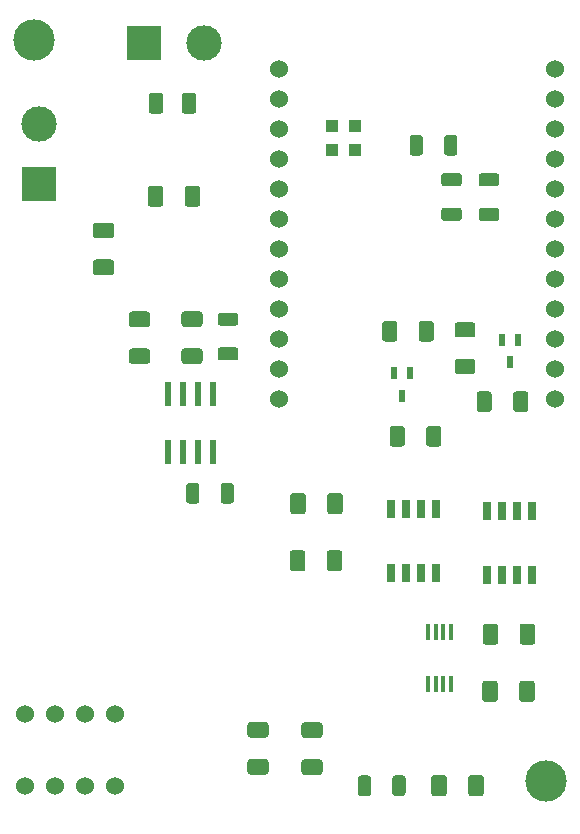
<source format=gbr>
%TF.GenerationSoftware,KiCad,Pcbnew,(5.1.12)-1*%
%TF.CreationDate,2021-12-15T12:49:01+01:00*%
%TF.ProjectId,HorseFOT_thomas_v1,486f7273-6546-44f5-945f-74686f6d6173,rev?*%
%TF.SameCoordinates,Original*%
%TF.FileFunction,Soldermask,Bot*%
%TF.FilePolarity,Negative*%
%FSLAX46Y46*%
G04 Gerber Fmt 4.6, Leading zero omitted, Abs format (unit mm)*
G04 Created by KiCad (PCBNEW (5.1.12)-1) date 2021-12-15 12:49:01*
%MOMM*%
%LPD*%
G01*
G04 APERTURE LIST*
%ADD10R,0.610000X2.030000*%
%ADD11R,1.000000X1.000000*%
%ADD12C,1.524000*%
%ADD13C,3.500000*%
%ADD14R,0.450000X1.400000*%
%ADD15R,0.700000X1.550000*%
%ADD16R,0.550000X1.000000*%
%ADD17C,3.000000*%
%ADD18R,3.000000X3.000000*%
G04 APERTURE END LIST*
D10*
%TO.C,IC1*%
X148717000Y-79920000D03*
X149987000Y-79920000D03*
X151257000Y-79920000D03*
X152527000Y-79920000D03*
X152527000Y-75020000D03*
X151257000Y-75020000D03*
X149987000Y-75020000D03*
X148717000Y-75020000D03*
%TD*%
D11*
%TO.C,IC2*%
X164576000Y-52340000D03*
X162576000Y-52340000D03*
X162576000Y-54340000D03*
X164576000Y-54340000D03*
%TD*%
D12*
%TO.C,ESP32-TTGO_vT1*%
X181483000Y-65278000D03*
X158115000Y-47498000D03*
X158115000Y-50038000D03*
X158115000Y-52578000D03*
X158115000Y-55118000D03*
X158115000Y-57658000D03*
X158115000Y-60198000D03*
X158115000Y-62738000D03*
X158115000Y-65278000D03*
X158115000Y-67818000D03*
X158115000Y-70358000D03*
X158115000Y-72898000D03*
X158115000Y-75438000D03*
X181483000Y-47498000D03*
X181483000Y-50038000D03*
X181483000Y-52578000D03*
X181483000Y-55118000D03*
X181483000Y-57658000D03*
X181483000Y-60198000D03*
X181483000Y-62738000D03*
X181483000Y-67818000D03*
X181483000Y-70358000D03*
X181483000Y-72898000D03*
X181483000Y-75438000D03*
%TD*%
D13*
%TO.C,REF\u002A\u002A*%
X137414000Y-45085000D03*
%TD*%
%TO.C,REF\u002A\u002A*%
X180721000Y-107823000D03*
%TD*%
D14*
%TO.C,U5*%
X172679000Y-95209000D03*
X172029000Y-95209000D03*
X171379000Y-95209000D03*
X170729000Y-95209000D03*
X170729000Y-99609000D03*
X171379000Y-99609000D03*
X172029000Y-99609000D03*
X172679000Y-99609000D03*
%TD*%
D15*
%TO.C,U4*%
X171450000Y-84778000D03*
X170180000Y-84778000D03*
X168910000Y-84778000D03*
X167640000Y-84778000D03*
X167640000Y-90228000D03*
X168910000Y-90228000D03*
X170180000Y-90228000D03*
X171450000Y-90228000D03*
%TD*%
%TO.C,U3*%
X179578000Y-84905000D03*
X178308000Y-84905000D03*
X177038000Y-84905000D03*
X175768000Y-84905000D03*
X175768000Y-90355000D03*
X177038000Y-90355000D03*
X178308000Y-90355000D03*
X179578000Y-90355000D03*
%TD*%
%TO.C,R11*%
G36*
G01*
X168772000Y-77987999D02*
X168772000Y-79238001D01*
G75*
G02*
X168522001Y-79488000I-249999J0D01*
G01*
X167721999Y-79488000D01*
G75*
G02*
X167472000Y-79238001I0J249999D01*
G01*
X167472000Y-77987999D01*
G75*
G02*
X167721999Y-77738000I249999J0D01*
G01*
X168522001Y-77738000D01*
G75*
G02*
X168772000Y-77987999I0J-249999D01*
G01*
G37*
G36*
G01*
X171872000Y-77987999D02*
X171872000Y-79238001D01*
G75*
G02*
X171622001Y-79488000I-249999J0D01*
G01*
X170821999Y-79488000D01*
G75*
G02*
X170572000Y-79238001I0J249999D01*
G01*
X170572000Y-77987999D01*
G75*
G02*
X170821999Y-77738000I249999J0D01*
G01*
X171622001Y-77738000D01*
G75*
G02*
X171872000Y-77987999I0J-249999D01*
G01*
G37*
%TD*%
%TO.C,R10*%
G36*
G01*
X176138000Y-75066999D02*
X176138000Y-76317001D01*
G75*
G02*
X175888001Y-76567000I-249999J0D01*
G01*
X175087999Y-76567000D01*
G75*
G02*
X174838000Y-76317001I0J249999D01*
G01*
X174838000Y-75066999D01*
G75*
G02*
X175087999Y-74817000I249999J0D01*
G01*
X175888001Y-74817000D01*
G75*
G02*
X176138000Y-75066999I0J-249999D01*
G01*
G37*
G36*
G01*
X179238000Y-75066999D02*
X179238000Y-76317001D01*
G75*
G02*
X178988001Y-76567000I-249999J0D01*
G01*
X178187999Y-76567000D01*
G75*
G02*
X177938000Y-76317001I0J249999D01*
G01*
X177938000Y-75066999D01*
G75*
G02*
X178187999Y-74817000I249999J0D01*
G01*
X178988001Y-74817000D01*
G75*
G02*
X179238000Y-75066999I0J-249999D01*
G01*
G37*
%TD*%
%TO.C,R9*%
G36*
G01*
X169937000Y-70348001D02*
X169937000Y-69097999D01*
G75*
G02*
X170186999Y-68848000I249999J0D01*
G01*
X170987001Y-68848000D01*
G75*
G02*
X171237000Y-69097999I0J-249999D01*
G01*
X171237000Y-70348001D01*
G75*
G02*
X170987001Y-70598000I-249999J0D01*
G01*
X170186999Y-70598000D01*
G75*
G02*
X169937000Y-70348001I0J249999D01*
G01*
G37*
G36*
G01*
X166837000Y-70348001D02*
X166837000Y-69097999D01*
G75*
G02*
X167086999Y-68848000I249999J0D01*
G01*
X167887001Y-68848000D01*
G75*
G02*
X168137000Y-69097999I0J-249999D01*
G01*
X168137000Y-70348001D01*
G75*
G02*
X167887001Y-70598000I-249999J0D01*
G01*
X167086999Y-70598000D01*
G75*
G02*
X166837000Y-70348001I0J249999D01*
G01*
G37*
%TD*%
%TO.C,R8*%
G36*
G01*
X174488001Y-70246000D02*
X173237999Y-70246000D01*
G75*
G02*
X172988000Y-69996001I0J249999D01*
G01*
X172988000Y-69195999D01*
G75*
G02*
X173237999Y-68946000I249999J0D01*
G01*
X174488001Y-68946000D01*
G75*
G02*
X174738000Y-69195999I0J-249999D01*
G01*
X174738000Y-69996001D01*
G75*
G02*
X174488001Y-70246000I-249999J0D01*
G01*
G37*
G36*
G01*
X174488001Y-73346000D02*
X173237999Y-73346000D01*
G75*
G02*
X172988000Y-73096001I0J249999D01*
G01*
X172988000Y-72295999D01*
G75*
G02*
X173237999Y-72046000I249999J0D01*
G01*
X174488001Y-72046000D01*
G75*
G02*
X174738000Y-72295999I0J-249999D01*
G01*
X174738000Y-73096001D01*
G75*
G02*
X174488001Y-73346000I-249999J0D01*
G01*
G37*
%TD*%
%TO.C,R6*%
G36*
G01*
X165912500Y-107578998D02*
X165912500Y-108829002D01*
G75*
G02*
X165662502Y-109079000I-249998J0D01*
G01*
X165037498Y-109079000D01*
G75*
G02*
X164787500Y-108829002I0J249998D01*
G01*
X164787500Y-107578998D01*
G75*
G02*
X165037498Y-107329000I249998J0D01*
G01*
X165662502Y-107329000D01*
G75*
G02*
X165912500Y-107578998I0J-249998D01*
G01*
G37*
G36*
G01*
X168837500Y-107578998D02*
X168837500Y-108829002D01*
G75*
G02*
X168587502Y-109079000I-249998J0D01*
G01*
X167962498Y-109079000D01*
G75*
G02*
X167712500Y-108829002I0J249998D01*
G01*
X167712500Y-107578998D01*
G75*
G02*
X167962498Y-107329000I249998J0D01*
G01*
X168587502Y-107329000D01*
G75*
G02*
X168837500Y-107578998I0J-249998D01*
G01*
G37*
%TD*%
%TO.C,R5*%
G36*
G01*
X153171998Y-71069500D02*
X154422002Y-71069500D01*
G75*
G02*
X154672000Y-71319498I0J-249998D01*
G01*
X154672000Y-71944502D01*
G75*
G02*
X154422002Y-72194500I-249998J0D01*
G01*
X153171998Y-72194500D01*
G75*
G02*
X152922000Y-71944502I0J249998D01*
G01*
X152922000Y-71319498D01*
G75*
G02*
X153171998Y-71069500I249998J0D01*
G01*
G37*
G36*
G01*
X153171998Y-68144500D02*
X154422002Y-68144500D01*
G75*
G02*
X154672000Y-68394498I0J-249998D01*
G01*
X154672000Y-69019502D01*
G75*
G02*
X154422002Y-69269500I-249998J0D01*
G01*
X153171998Y-69269500D01*
G75*
G02*
X152922000Y-69019502I0J249998D01*
G01*
X152922000Y-68394498D01*
G75*
G02*
X153171998Y-68144500I249998J0D01*
G01*
G37*
%TD*%
%TO.C,R4*%
G36*
G01*
X153173000Y-84064002D02*
X153173000Y-82813998D01*
G75*
G02*
X153422998Y-82564000I249998J0D01*
G01*
X154048002Y-82564000D01*
G75*
G02*
X154298000Y-82813998I0J-249998D01*
G01*
X154298000Y-84064002D01*
G75*
G02*
X154048002Y-84314000I-249998J0D01*
G01*
X153422998Y-84314000D01*
G75*
G02*
X153173000Y-84064002I0J249998D01*
G01*
G37*
G36*
G01*
X150248000Y-84064002D02*
X150248000Y-82813998D01*
G75*
G02*
X150497998Y-82564000I249998J0D01*
G01*
X151123002Y-82564000D01*
G75*
G02*
X151373000Y-82813998I0J-249998D01*
G01*
X151373000Y-84064002D01*
G75*
G02*
X151123002Y-84314000I-249998J0D01*
G01*
X150497998Y-84314000D01*
G75*
G02*
X150248000Y-84064002I0J249998D01*
G01*
G37*
%TD*%
%TO.C,R3*%
G36*
G01*
X175269998Y-59258500D02*
X176520002Y-59258500D01*
G75*
G02*
X176770000Y-59508498I0J-249998D01*
G01*
X176770000Y-60133502D01*
G75*
G02*
X176520002Y-60383500I-249998J0D01*
G01*
X175269998Y-60383500D01*
G75*
G02*
X175020000Y-60133502I0J249998D01*
G01*
X175020000Y-59508498D01*
G75*
G02*
X175269998Y-59258500I249998J0D01*
G01*
G37*
G36*
G01*
X175269998Y-56333500D02*
X176520002Y-56333500D01*
G75*
G02*
X176770000Y-56583498I0J-249998D01*
G01*
X176770000Y-57208502D01*
G75*
G02*
X176520002Y-57458500I-249998J0D01*
G01*
X175269998Y-57458500D01*
G75*
G02*
X175020000Y-57208502I0J249998D01*
G01*
X175020000Y-56583498D01*
G75*
G02*
X175269998Y-56333500I249998J0D01*
G01*
G37*
%TD*%
%TO.C,R2*%
G36*
G01*
X172094998Y-59258500D02*
X173345002Y-59258500D01*
G75*
G02*
X173595000Y-59508498I0J-249998D01*
G01*
X173595000Y-60133502D01*
G75*
G02*
X173345002Y-60383500I-249998J0D01*
G01*
X172094998Y-60383500D01*
G75*
G02*
X171845000Y-60133502I0J249998D01*
G01*
X171845000Y-59508498D01*
G75*
G02*
X172094998Y-59258500I249998J0D01*
G01*
G37*
G36*
G01*
X172094998Y-56333500D02*
X173345002Y-56333500D01*
G75*
G02*
X173595000Y-56583498I0J-249998D01*
G01*
X173595000Y-57208502D01*
G75*
G02*
X173345002Y-57458500I-249998J0D01*
G01*
X172094998Y-57458500D01*
G75*
G02*
X171845000Y-57208502I0J249998D01*
G01*
X171845000Y-56583498D01*
G75*
G02*
X172094998Y-56333500I249998J0D01*
G01*
G37*
%TD*%
%TO.C,R1*%
G36*
G01*
X172096000Y-54600002D02*
X172096000Y-53349998D01*
G75*
G02*
X172345998Y-53100000I249998J0D01*
G01*
X172971002Y-53100000D01*
G75*
G02*
X173221000Y-53349998I0J-249998D01*
G01*
X173221000Y-54600002D01*
G75*
G02*
X172971002Y-54850000I-249998J0D01*
G01*
X172345998Y-54850000D01*
G75*
G02*
X172096000Y-54600002I0J249998D01*
G01*
G37*
G36*
G01*
X169171000Y-54600002D02*
X169171000Y-53349998D01*
G75*
G02*
X169420998Y-53100000I249998J0D01*
G01*
X170046002Y-53100000D01*
G75*
G02*
X170296000Y-53349998I0J-249998D01*
G01*
X170296000Y-54600002D01*
G75*
G02*
X170046002Y-54850000I-249998J0D01*
G01*
X169420998Y-54850000D01*
G75*
G02*
X169171000Y-54600002I0J249998D01*
G01*
G37*
%TD*%
D16*
%TO.C,Q2*%
X168544000Y-75179000D03*
X169194000Y-73279000D03*
X167894000Y-73279000D03*
%TD*%
%TO.C,Q1*%
X177673000Y-72324000D03*
X178323000Y-70424000D03*
X177023000Y-70424000D03*
%TD*%
D12*
%TO.C,P2*%
X144272000Y-102108000D03*
X139192000Y-102108000D03*
X141732000Y-102108000D03*
X136652000Y-102108000D03*
%TD*%
%TO.C,P1*%
X144272000Y-108204000D03*
X139192000Y-108204000D03*
X141732000Y-108204000D03*
X136652000Y-108204000D03*
%TD*%
D17*
%TO.C,J5*%
X151765000Y-45339000D03*
D18*
X146685000Y-45339000D03*
%TD*%
D17*
%TO.C,J1*%
X137795000Y-52197000D03*
D18*
X137795000Y-57277000D03*
%TD*%
%TO.C,D1*%
G36*
G01*
X149870000Y-51044000D02*
X149870000Y-49794000D01*
G75*
G02*
X150120000Y-49544000I250000J0D01*
G01*
X150870000Y-49544000D01*
G75*
G02*
X151120000Y-49794000I0J-250000D01*
G01*
X151120000Y-51044000D01*
G75*
G02*
X150870000Y-51294000I-250000J0D01*
G01*
X150120000Y-51294000D01*
G75*
G02*
X149870000Y-51044000I0J250000D01*
G01*
G37*
G36*
G01*
X147070000Y-51044000D02*
X147070000Y-49794000D01*
G75*
G02*
X147320000Y-49544000I250000J0D01*
G01*
X148070000Y-49544000D01*
G75*
G02*
X148320000Y-49794000I0J-250000D01*
G01*
X148320000Y-51044000D01*
G75*
G02*
X148070000Y-51294000I-250000J0D01*
G01*
X147320000Y-51294000D01*
G75*
G02*
X147070000Y-51044000I0J250000D01*
G01*
G37*
%TD*%
%TO.C,CopAMP2*%
G36*
G01*
X161559002Y-104167500D02*
X160258998Y-104167500D01*
G75*
G02*
X160009000Y-103917502I0J249998D01*
G01*
X160009000Y-103092498D01*
G75*
G02*
X160258998Y-102842500I249998J0D01*
G01*
X161559002Y-102842500D01*
G75*
G02*
X161809000Y-103092498I0J-249998D01*
G01*
X161809000Y-103917502D01*
G75*
G02*
X161559002Y-104167500I-249998J0D01*
G01*
G37*
G36*
G01*
X161559002Y-107292500D02*
X160258998Y-107292500D01*
G75*
G02*
X160009000Y-107042502I0J249998D01*
G01*
X160009000Y-106217498D01*
G75*
G02*
X160258998Y-105967500I249998J0D01*
G01*
X161559002Y-105967500D01*
G75*
G02*
X161809000Y-106217498I0J-249998D01*
G01*
X161809000Y-107042502D01*
G75*
G02*
X161559002Y-107292500I-249998J0D01*
G01*
G37*
%TD*%
%TO.C,CopAMP1*%
G36*
G01*
X156987002Y-104129000D02*
X155686998Y-104129000D01*
G75*
G02*
X155437000Y-103879002I0J249998D01*
G01*
X155437000Y-103053998D01*
G75*
G02*
X155686998Y-102804000I249998J0D01*
G01*
X156987002Y-102804000D01*
G75*
G02*
X157237000Y-103053998I0J-249998D01*
G01*
X157237000Y-103879002D01*
G75*
G02*
X156987002Y-104129000I-249998J0D01*
G01*
G37*
G36*
G01*
X156987002Y-107254000D02*
X155686998Y-107254000D01*
G75*
G02*
X155437000Y-107004002I0J249998D01*
G01*
X155437000Y-106178998D01*
G75*
G02*
X155686998Y-105929000I249998J0D01*
G01*
X156987002Y-105929000D01*
G75*
G02*
X157237000Y-106178998I0J-249998D01*
G01*
X157237000Y-107004002D01*
G75*
G02*
X156987002Y-107254000I-249998J0D01*
G01*
G37*
%TD*%
%TO.C,C21*%
G36*
G01*
X160390000Y-83677998D02*
X160390000Y-84978002D01*
G75*
G02*
X160140002Y-85228000I-249998J0D01*
G01*
X159314998Y-85228000D01*
G75*
G02*
X159065000Y-84978002I0J249998D01*
G01*
X159065000Y-83677998D01*
G75*
G02*
X159314998Y-83428000I249998J0D01*
G01*
X160140002Y-83428000D01*
G75*
G02*
X160390000Y-83677998I0J-249998D01*
G01*
G37*
G36*
G01*
X163515000Y-83677998D02*
X163515000Y-84978002D01*
G75*
G02*
X163265002Y-85228000I-249998J0D01*
G01*
X162439998Y-85228000D01*
G75*
G02*
X162190000Y-84978002I0J249998D01*
G01*
X162190000Y-83677998D01*
G75*
G02*
X162439998Y-83428000I249998J0D01*
G01*
X163265002Y-83428000D01*
G75*
G02*
X163515000Y-83677998I0J-249998D01*
G01*
G37*
%TD*%
%TO.C,C20*%
G36*
G01*
X160351500Y-88503998D02*
X160351500Y-89804002D01*
G75*
G02*
X160101502Y-90054000I-249998J0D01*
G01*
X159276498Y-90054000D01*
G75*
G02*
X159026500Y-89804002I0J249998D01*
G01*
X159026500Y-88503998D01*
G75*
G02*
X159276498Y-88254000I249998J0D01*
G01*
X160101502Y-88254000D01*
G75*
G02*
X160351500Y-88503998I0J-249998D01*
G01*
G37*
G36*
G01*
X163476500Y-88503998D02*
X163476500Y-89804002D01*
G75*
G02*
X163226502Y-90054000I-249998J0D01*
G01*
X162401498Y-90054000D01*
G75*
G02*
X162151500Y-89804002I0J249998D01*
G01*
X162151500Y-88503998D01*
G75*
G02*
X162401498Y-88254000I249998J0D01*
G01*
X163226502Y-88254000D01*
G75*
G02*
X163476500Y-88503998I0J-249998D01*
G01*
G37*
%TD*%
%TO.C,C15*%
G36*
G01*
X176646000Y-99552998D02*
X176646000Y-100853002D01*
G75*
G02*
X176396002Y-101103000I-249998J0D01*
G01*
X175570998Y-101103000D01*
G75*
G02*
X175321000Y-100853002I0J249998D01*
G01*
X175321000Y-99552998D01*
G75*
G02*
X175570998Y-99303000I249998J0D01*
G01*
X176396002Y-99303000D01*
G75*
G02*
X176646000Y-99552998I0J-249998D01*
G01*
G37*
G36*
G01*
X179771000Y-99552998D02*
X179771000Y-100853002D01*
G75*
G02*
X179521002Y-101103000I-249998J0D01*
G01*
X178695998Y-101103000D01*
G75*
G02*
X178446000Y-100853002I0J249998D01*
G01*
X178446000Y-99552998D01*
G75*
G02*
X178695998Y-99303000I249998J0D01*
G01*
X179521002Y-99303000D01*
G75*
G02*
X179771000Y-99552998I0J-249998D01*
G01*
G37*
%TD*%
%TO.C,C14*%
G36*
G01*
X176684500Y-94726998D02*
X176684500Y-96027002D01*
G75*
G02*
X176434502Y-96277000I-249998J0D01*
G01*
X175609498Y-96277000D01*
G75*
G02*
X175359500Y-96027002I0J249998D01*
G01*
X175359500Y-94726998D01*
G75*
G02*
X175609498Y-94477000I249998J0D01*
G01*
X176434502Y-94477000D01*
G75*
G02*
X176684500Y-94726998I0J-249998D01*
G01*
G37*
G36*
G01*
X179809500Y-94726998D02*
X179809500Y-96027002D01*
G75*
G02*
X179559502Y-96277000I-249998J0D01*
G01*
X178734498Y-96277000D01*
G75*
G02*
X178484500Y-96027002I0J249998D01*
G01*
X178484500Y-94726998D01*
G75*
G02*
X178734498Y-94477000I249998J0D01*
G01*
X179559502Y-94477000D01*
G75*
G02*
X179809500Y-94726998I0J-249998D01*
G01*
G37*
%TD*%
%TO.C,C12*%
G36*
G01*
X174128000Y-108854002D02*
X174128000Y-107553998D01*
G75*
G02*
X174377998Y-107304000I249998J0D01*
G01*
X175203002Y-107304000D01*
G75*
G02*
X175453000Y-107553998I0J-249998D01*
G01*
X175453000Y-108854002D01*
G75*
G02*
X175203002Y-109104000I-249998J0D01*
G01*
X174377998Y-109104000D01*
G75*
G02*
X174128000Y-108854002I0J249998D01*
G01*
G37*
G36*
G01*
X171003000Y-108854002D02*
X171003000Y-107553998D01*
G75*
G02*
X171252998Y-107304000I249998J0D01*
G01*
X172078002Y-107304000D01*
G75*
G02*
X172328000Y-107553998I0J-249998D01*
G01*
X172328000Y-108854002D01*
G75*
G02*
X172078002Y-109104000I-249998J0D01*
G01*
X171252998Y-109104000D01*
G75*
G02*
X171003000Y-108854002I0J249998D01*
G01*
G37*
%TD*%
%TO.C,C11*%
G36*
G01*
X146954002Y-69369500D02*
X145653998Y-69369500D01*
G75*
G02*
X145404000Y-69119502I0J249998D01*
G01*
X145404000Y-68294498D01*
G75*
G02*
X145653998Y-68044500I249998J0D01*
G01*
X146954002Y-68044500D01*
G75*
G02*
X147204000Y-68294498I0J-249998D01*
G01*
X147204000Y-69119502D01*
G75*
G02*
X146954002Y-69369500I-249998J0D01*
G01*
G37*
G36*
G01*
X146954002Y-72494500D02*
X145653998Y-72494500D01*
G75*
G02*
X145404000Y-72244502I0J249998D01*
G01*
X145404000Y-71419498D01*
G75*
G02*
X145653998Y-71169500I249998J0D01*
G01*
X146954002Y-71169500D01*
G75*
G02*
X147204000Y-71419498I0J-249998D01*
G01*
X147204000Y-72244502D01*
G75*
G02*
X146954002Y-72494500I-249998J0D01*
G01*
G37*
%TD*%
%TO.C,C10*%
G36*
G01*
X150098998Y-71169500D02*
X151399002Y-71169500D01*
G75*
G02*
X151649000Y-71419498I0J-249998D01*
G01*
X151649000Y-72244502D01*
G75*
G02*
X151399002Y-72494500I-249998J0D01*
G01*
X150098998Y-72494500D01*
G75*
G02*
X149849000Y-72244502I0J249998D01*
G01*
X149849000Y-71419498D01*
G75*
G02*
X150098998Y-71169500I249998J0D01*
G01*
G37*
G36*
G01*
X150098998Y-68044500D02*
X151399002Y-68044500D01*
G75*
G02*
X151649000Y-68294498I0J-249998D01*
G01*
X151649000Y-69119502D01*
G75*
G02*
X151399002Y-69369500I-249998J0D01*
G01*
X150098998Y-69369500D01*
G75*
G02*
X149849000Y-69119502I0J249998D01*
G01*
X149849000Y-68294498D01*
G75*
G02*
X150098998Y-68044500I249998J0D01*
G01*
G37*
%TD*%
%TO.C,C7*%
G36*
G01*
X143906002Y-61838000D02*
X142605998Y-61838000D01*
G75*
G02*
X142356000Y-61588002I0J249998D01*
G01*
X142356000Y-60762998D01*
G75*
G02*
X142605998Y-60513000I249998J0D01*
G01*
X143906002Y-60513000D01*
G75*
G02*
X144156000Y-60762998I0J-249998D01*
G01*
X144156000Y-61588002D01*
G75*
G02*
X143906002Y-61838000I-249998J0D01*
G01*
G37*
G36*
G01*
X143906002Y-64963000D02*
X142605998Y-64963000D01*
G75*
G02*
X142356000Y-64713002I0J249998D01*
G01*
X142356000Y-63887998D01*
G75*
G02*
X142605998Y-63638000I249998J0D01*
G01*
X143906002Y-63638000D01*
G75*
G02*
X144156000Y-63887998I0J-249998D01*
G01*
X144156000Y-64713002D01*
G75*
G02*
X143906002Y-64963000I-249998J0D01*
G01*
G37*
%TD*%
%TO.C,C6*%
G36*
G01*
X150125000Y-58943002D02*
X150125000Y-57642998D01*
G75*
G02*
X150374998Y-57393000I249998J0D01*
G01*
X151200002Y-57393000D01*
G75*
G02*
X151450000Y-57642998I0J-249998D01*
G01*
X151450000Y-58943002D01*
G75*
G02*
X151200002Y-59193000I-249998J0D01*
G01*
X150374998Y-59193000D01*
G75*
G02*
X150125000Y-58943002I0J249998D01*
G01*
G37*
G36*
G01*
X147000000Y-58943002D02*
X147000000Y-57642998D01*
G75*
G02*
X147249998Y-57393000I249998J0D01*
G01*
X148075002Y-57393000D01*
G75*
G02*
X148325000Y-57642998I0J-249998D01*
G01*
X148325000Y-58943002D01*
G75*
G02*
X148075002Y-59193000I-249998J0D01*
G01*
X147249998Y-59193000D01*
G75*
G02*
X147000000Y-58943002I0J249998D01*
G01*
G37*
%TD*%
M02*

</source>
